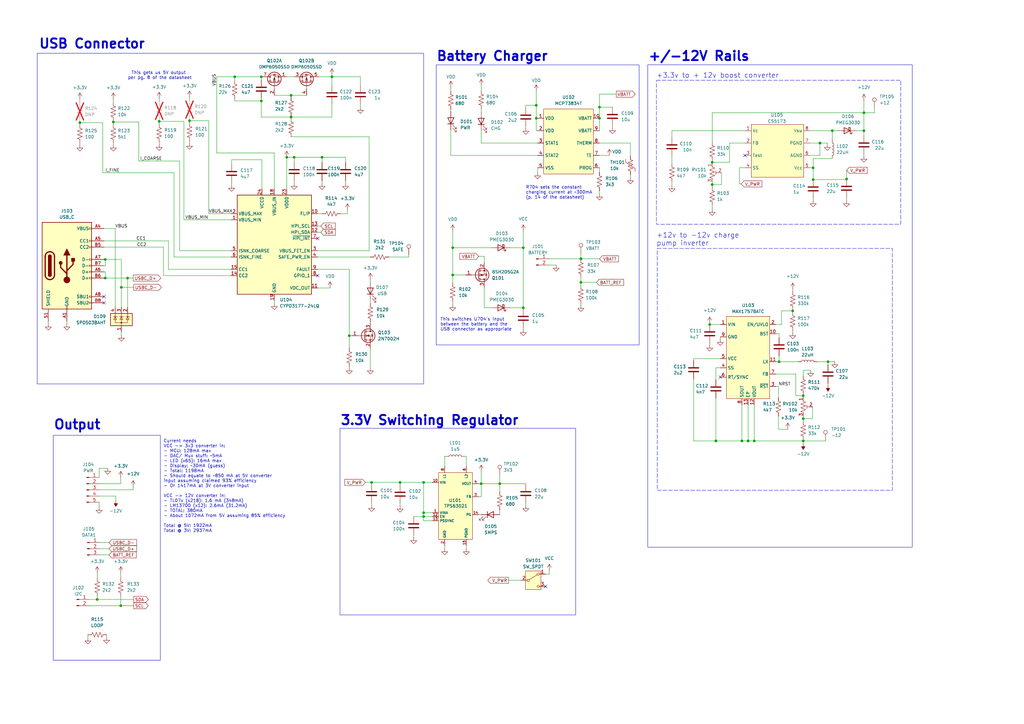
<source format=kicad_sch>
(kicad_sch (version 20231120) (generator "eeschema") (generator_version "8.0")
  (paper "A3")
  (junction (at 304.292 180.848))
  (junction (at 49.784 117.856))
  (junction (at 292.1 75.692))
  (junction (at 43.18 114.046))
  (junction (at 152.4 197.866))
  (junction (at 309.372 180.848))
  (junction (at 32.766 50.292))
  (junction (at 245.872 43.942))
  (junction (at 96.266 31.496))
  (junction (at 238.252 115.824))
  (junction (at 77.724 49.53))
  (junction (at 107.188 41.402))
  (junction (at 46.482 50.038))
  (junction (at 333.502 68.834))
  (junction (at 143.256 137.668))
  (junction (at 136.144 31.496))
  (junction (at 39.878 245.872))
  (junction (at 329.438 180.848))
  (junction (at 117.602 64.516))
  (junction (at 339.598 148.336))
  (junction (at 119.38 48.006))
  (junction (at 293.624 180.848))
  (junction (at 52.324 114.046))
  (junction (at 173.736 210.312))
  (junction (at 204.978 198.374))
  (junction (at 329.438 171.704))
  (junction (at 164.084 197.866))
  (junction (at 173.736 197.866))
  (junction (at 347.218 73.406))
  (junction (at 197.358 198.374))
  (junction (at 173.736 211.836))
  (junction (at 119.38 39.116))
  (junction (at 214.63 101.6))
  (junction (at 354.33 46.228))
  (junction (at 185.674 112.776))
  (junction (at 354.33 53.594))
  (junction (at 336.296 58.674))
  (junction (at 214.63 126.238))
  (junction (at 292.1 66.548))
  (junction (at 341.376 53.594))
  (junction (at 43.18 106.426))
  (junction (at 306.832 180.848))
  (junction (at 245.872 48.514))
  (junction (at 329.438 162.306))
  (junction (at 65.278 49.784))
  (junction (at 238.252 106.172))
  (junction (at 319.532 148.336))
  (junction (at 219.964 48.514))
  (junction (at 333.502 73.66))
  (junction (at 49.53 248.412))
  (junction (at 219.964 43.18))
  (junction (at 107.188 31.496))
  (junction (at 291.084 133.096))
  (junction (at 185.674 101.6))
  (junction (at 120.65 64.516))
  (junction (at 325.12 127.508))
  (junction (at 132.08 64.516))
  (no_connect (at 42.672 121.666))
  (no_connect (at 42.672 124.206))
  (no_connect (at 223.774 240.538))
  (no_connect (at 130.302 113.03))
  (no_connect (at 305.562 63.754))
  (no_connect (at 295.402 154.686))
  (no_connect (at 130.302 97.79))
  (wire (pts (xy 292.1 75.692) (xy 292.1 76.708)))
  (wire (pts (xy 39.878 234.95) (xy 39.878 236.982)))
  (wire (pts (xy 96.266 41.402) (xy 107.188 41.402)))
  (wire (pts (xy 47.244 93.726) (xy 47.244 125.984)))
  (wire (pts (xy 130.302 92.71) (xy 131.572 92.71)))
  (wire (pts (xy 215.646 51.816) (xy 215.646 52.578)))
  (wire (pts (xy 182.372 187.198) (xy 182.88 187.198)))
  (wire (pts (xy 329.438 162.306) (xy 329.438 163.068)))
  (wire (pts (xy 32.766 50.292) (xy 32.766 51.054)))
  (wire (pts (xy 112.522 77.47) (xy 112.522 62.738)))
  (wire (pts (xy 291.084 133.096) (xy 295.402 133.096)))
  (wire (pts (xy 119.38 47.498) (xy 119.38 48.006)))
  (wire (pts (xy 338.582 180.848) (xy 329.438 180.848)))
  (wire (pts (xy 333.502 73.66) (xy 333.502 68.834)))
  (wire (pts (xy 292.1 46.228) (xy 354.33 46.228)))
  (wire (pts (xy 96.266 40.64) (xy 96.266 41.402)))
  (wire (pts (xy 309.372 180.848) (xy 329.438 180.848)))
  (wire (pts (xy 191.262 223.774) (xy 191.262 225.044)))
  (wire (pts (xy 332.232 53.594) (xy 341.376 53.594)))
  (wire (pts (xy 32.766 50.292) (xy 42.164 50.292)))
  (wire (pts (xy 339.598 148.336) (xy 342.392 148.336)))
  (wire (pts (xy 326.39 162.306) (xy 329.438 162.306)))
  (wire (pts (xy 275.59 64.008) (xy 275.59 67.056)))
  (wire (pts (xy 42.164 70.866) (xy 71.374 70.866)))
  (wire (pts (xy 341.376 53.594) (xy 343.662 53.594)))
  (wire (pts (xy 325.12 127.508) (xy 325.12 128.016)))
  (wire (pts (xy 204.978 209.296) (xy 204.978 211.074)))
  (wire (pts (xy 112.522 39.116) (xy 119.38 39.116)))
  (wire (pts (xy 77.724 57.912) (xy 77.724 58.674)))
  (wire (pts (xy 215.646 44.196) (xy 215.646 43.18)))
  (wire (pts (xy 223.774 235.458) (xy 225.298 235.458)))
  (wire (pts (xy 238.252 106.172) (xy 245.872 106.172)))
  (wire (pts (xy 341.376 65.024) (xy 333.502 65.024)))
  (wire (pts (xy 284.48 155.448) (xy 284.48 180.848)))
  (wire (pts (xy 306.832 166.116) (xy 306.832 180.848)))
  (wire (pts (xy 40.894 225.044) (xy 44.704 225.044)))
  (wire (pts (xy 245.872 43.942) (xy 251.206 43.942)))
  (wire (pts (xy 147.828 35.052) (xy 147.828 31.496)))
  (wire (pts (xy 67.056 113.03) (xy 67.056 101.346)))
  (wire (pts (xy 332.232 68.834) (xy 333.502 68.834)))
  (wire (pts (xy 52.324 125.984) (xy 52.324 114.046)))
  (wire (pts (xy 43.688 260.35) (xy 43.688 261.366)))
  (wire (pts (xy 169.672 219.456) (xy 169.672 220.472)))
  (wire (pts (xy 197.358 35.052) (xy 197.358 37.084)))
  (wire (pts (xy 295.91 70.866) (xy 295.91 75.692)))
  (wire (pts (xy 304.292 166.116) (xy 304.292 180.848)))
  (wire (pts (xy 329.438 154.178) (xy 329.438 151.892)))
  (wire (pts (xy 32.766 58.674) (xy 32.766 59.436)))
  (wire (pts (xy 143.256 150.368) (xy 143.256 150.876)))
  (wire (pts (xy 198.628 117.856) (xy 198.628 126.238)))
  (wire (pts (xy 184.912 53.34) (xy 184.912 63.754)))
  (wire (pts (xy 43.18 114.046) (xy 42.672 114.046)))
  (wire (pts (xy 238.252 124.714) (xy 238.252 125.222)))
  (wire (pts (xy 197.358 193.294) (xy 197.358 198.374)))
  (wire (pts (xy 214.63 134.366) (xy 214.63 135.128)))
  (wire (pts (xy 77.724 49.53) (xy 77.724 50.292)))
  (wire (pts (xy 304.292 180.848) (xy 306.832 180.848)))
  (wire (pts (xy 303.276 75.438) (xy 304.038 75.438)))
  (wire (pts (xy 354.33 46.228) (xy 354.33 53.594)))
  (wire (pts (xy 258.572 71.628) (xy 258.572 72.898)))
  (wire (pts (xy 190.5 187.198) (xy 191.262 187.198)))
  (wire (pts (xy 73.66 102.87) (xy 73.66 66.04)))
  (wire (pts (xy 358.648 46.228) (xy 354.33 46.228)))
  (wire (pts (xy 225.044 108.712) (xy 228.092 108.712)))
  (wire (pts (xy 27.432 131.826) (xy 27.432 132.842)))
  (wire (pts (xy 119.38 48.006) (xy 119.38 48.514)))
  (wire (pts (xy 42.672 106.426) (xy 43.18 106.426)))
  (wire (pts (xy 329.438 171.704) (xy 329.438 172.72)))
  (wire (pts (xy 65.278 49.784) (xy 65.278 50.8)))
  (wire (pts (xy 204.978 198.374) (xy 197.358 198.374)))
  (wire (pts (xy 151.892 123.19) (xy 151.892 124.46)))
  (wire (pts (xy 32.766 49.53) (xy 32.766 50.292)))
  (wire (pts (xy 46.482 58.674) (xy 46.482 59.436)))
  (wire (pts (xy 49.784 117.856) (xy 49.784 106.426)))
  (wire (pts (xy 339.598 148.336) (xy 339.598 149.606)))
  (wire (pts (xy 333.248 171.704) (xy 329.438 171.704)))
  (wire (pts (xy 245.872 78.232) (xy 245.872 79.502)))
  (wire (pts (xy 107.188 31.496) (xy 107.442 31.496)))
  (wire (pts (xy 96.266 31.496) (xy 107.188 31.496)))
  (wire (pts (xy 251.206 51.562) (xy 251.206 52.324)))
  (wire (pts (xy 198.628 105.156) (xy 198.628 107.696)))
  (wire (pts (xy 85.598 49.53) (xy 77.724 49.53)))
  (wire (pts (xy 185.674 101.6) (xy 201.676 101.6)))
  (wire (pts (xy 292.1 65.786) (xy 292.1 66.548)))
  (wire (pts (xy 52.324 114.046) (xy 43.18 114.046)))
  (wire (pts (xy 42.672 93.726) (xy 47.244 93.726)))
  (wire (pts (xy 142.494 87.63) (xy 142.494 86.106)))
  (wire (pts (xy 291.084 132.588) (xy 291.084 133.096)))
  (wire (pts (xy 151.892 114.554) (xy 151.892 115.57)))
  (wire (pts (xy 292.1 66.548) (xy 292.1 67.056)))
  (wire (pts (xy 40.64 195.834) (xy 40.64 192.024)))
  (wire (pts (xy 358.648 44.196) (xy 358.648 46.228)))
  (wire (pts (xy 130.302 118.11) (xy 135.382 118.11)))
  (wire (pts (xy 336.296 58.674) (xy 336.296 63.754)))
  (wire (pts (xy 43.18 106.426) (xy 43.18 108.966)))
  (wire (pts (xy 49.53 198.374) (xy 49.53 195.834)))
  (wire (pts (xy 214.63 126.238) (xy 209.296 126.238)))
  (wire (pts (xy 196.342 105.156) (xy 198.628 105.156)))
  (wire (pts (xy 185.674 94.742) (xy 185.674 101.6)))
  (wire (pts (xy 329.438 180.34) (xy 329.438 180.848)))
  (wire (pts (xy 293.624 180.848) (xy 304.292 180.848)))
  (wire (pts (xy 77.724 39.878) (xy 77.724 41.148)))
  (wire (pts (xy 329.438 151.892) (xy 332.486 151.892)))
  (wire (pts (xy 73.66 66.04) (xy 56.896 66.04)))
  (wire (pts (xy 56.896 66.04) (xy 56.896 50.038)))
  (wire (pts (xy 151.384 102.87) (xy 130.302 102.87)))
  (wire (pts (xy 185.674 123.698) (xy 185.674 124.968)))
  (wire (pts (xy 32.766 40.64) (xy 32.766 41.91)))
  (wire (pts (xy 292.1 84.328) (xy 292.1 85.852)))
  (wire (pts (xy 332.232 58.674) (xy 336.296 58.674)))
  (wire (pts (xy 19.812 131.826) (xy 19.812 132.842)))
  (wire (pts (xy 245.872 68.834) (xy 245.872 70.612)))
  (wire (pts (xy 214.63 94.742) (xy 214.63 101.6)))
  (wire (pts (xy 67.056 101.346) (xy 42.672 101.346)))
  (wire (pts (xy 49.53 248.412) (xy 54.864 248.412)))
  (wire (pts (xy 197.358 203.708) (xy 197.358 198.374)))
  (wire (pts (xy 329.438 180.848) (xy 329.438 181.864)))
  (wire (pts (xy 94.996 74.93) (xy 94.996 75.946)))
  (wire (pts (xy 85.598 87.63) (xy 85.598 49.53)))
  (wire (pts (xy 306.832 180.848) (xy 309.372 180.848)))
  (wire (pts (xy 43.18 106.426) (xy 49.784 106.426)))
  (wire (pts (xy 196.342 198.374) (xy 197.358 198.374)))
  (wire (pts (xy 275.59 56.388) (xy 275.59 53.594)))
  (wire (pts (xy 319.278 170.688) (xy 319.278 176.022)))
  (wire (pts (xy 117.602 64.516) (xy 117.602 77.47)))
  (wire (pts (xy 319.532 146.05) (xy 319.532 148.336)))
  (wire (pts (xy 112.522 62.738) (xy 88.9 62.738)))
  (wire (pts (xy 130.302 110.49) (xy 143.256 110.49)))
  (wire (pts (xy 196.342 211.074) (xy 197.358 211.074)))
  (wire (pts (xy 167.64 105.41) (xy 167.64 104.394)))
  (wire (pts (xy 196.342 203.708) (xy 197.358 203.708)))
  (wire (pts (xy 65.278 49.276) (xy 65.278 49.784)))
  (wire (pts (xy 151.384 56.134) (xy 151.384 102.87)))
  (wire (pts (xy 173.736 197.866) (xy 173.736 210.312)))
  (wire (pts (xy 169.672 211.836) (xy 173.736 211.836)))
  (wire (pts (xy 299.212 66.548) (xy 292.1 66.548)))
  (wire (pts (xy 182.372 223.774) (xy 182.372 225.044)))
  (wire (pts (xy 119.38 56.134) (xy 151.384 56.134)))
  (wire (pts (xy 43.18 108.966) (xy 42.672 108.966)))
  (wire (pts (xy 351.282 53.594) (xy 354.33 53.594)))
  (wire (pts (xy 136.144 31.496) (xy 136.144 35.052)))
  (wire (pts (xy 94.996 67.31) (xy 94.996 65.532)))
  (wire (pts (xy 173.736 210.312) (xy 177.292 210.312)))
  (wire (pts (xy 139.7 87.63) (xy 142.494 87.63)))
  (wire (pts (xy 305.562 58.674) (xy 299.212 58.674)))
  (wire (pts (xy 40.894 222.504) (xy 44.704 222.504)))
  (wire (pts (xy 184.912 35.814) (xy 184.912 37.338)))
  (wire (pts (xy 36.576 248.412) (xy 49.53 248.412)))
  (wire (pts (xy 144.272 137.668) (xy 143.256 137.668)))
  (wire (pts (xy 65.278 58.42) (xy 65.278 59.182)))
  (wire (pts (xy 339.344 59.182) (xy 339.344 58.674)))
  (wire (pts (xy 341.376 53.594) (xy 341.376 57.404)))
  (wire (pts (xy 46.482 49.53) (xy 46.482 50.038)))
  (wire (pts (xy 130.81 31.496) (xy 136.144 31.496)))
  (wire (pts (xy 245.872 43.942) (xy 245.872 48.514)))
  (wire (pts (xy 329.438 170.688) (xy 329.438 171.704)))
  (wire (pts (xy 320.548 127.508) (xy 325.12 127.508)))
  (wire (pts (xy 347.218 73.406) (xy 347.218 73.66)))
  (wire (pts (xy 94.742 113.03) (xy 67.056 113.03)))
  (wire (pts (xy 107.188 31.496) (xy 107.188 32.766)))
  (wire (pts (xy 215.646 198.374) (xy 204.978 198.374)))
  (wire (pts (xy 319.278 158.496) (xy 318.262 158.496)))
  (wire (pts (xy 238.252 115.824) (xy 238.252 117.094)))
  (wire (pts (xy 141.732 66.548) (xy 141.732 64.516)))
  (wire (pts (xy 94.742 87.63) (xy 85.598 87.63)))
  (wire (pts (xy 43.18 111.506) (xy 42.672 111.506)))
  (wire (pts (xy 309.372 166.116) (xy 309.372 180.848)))
  (wire (pts (xy 107.442 65.532) (xy 107.442 77.47)))
  (wire (pts (xy 184.912 63.754) (xy 220.472 63.754)))
  (wire (pts (xy 173.736 210.312) (xy 173.736 211.836)))
  (wire (pts (xy 88.9 31.496) (xy 88.9 62.738)))
  (wire (pts (xy 39.878 245.872) (xy 54.864 245.872)))
  (wire (pts (xy 159.512 105.41) (xy 167.64 105.41)))
  (wire (pts (xy 245.872 48.514) (xy 245.872 53.594)))
  (wire (pts (xy 152.4 197.866) (xy 152.4 198.628)))
  (wire (pts (xy 69.088 110.49) (xy 69.088 98.806)))
  (wire (pts (xy 319.278 176.022) (xy 323.088 176.022)))
  (wire (pts (xy 94.742 102.87) (xy 73.66 102.87)))
  (wire (pts (xy 197.358 53.594) (xy 197.358 58.674)))
  (wire (pts (xy 107.188 48.006) (xy 107.188 41.402)))
  (wire (pts (xy 182.372 187.198) (xy 182.372 191.262)))
  (wire (pts (xy 293.624 163.322) (xy 293.624 180.848)))
  (wire (pts (xy 54.61 200.914) (xy 54.61 199.644)))
  (wire (pts (xy 130.302 87.63) (xy 132.08 87.63)))
  (wire (pts (xy 258.572 58.674) (xy 258.572 64.008)))
  (wire (pts (xy 191.008 112.776) (xy 185.674 112.776)))
  (wire (pts (xy 238.252 115.824) (xy 244.602 115.824)))
  (wire (pts (xy 56.896 50.038) (xy 46.482 50.038)))
  (wire (pts (xy 54.61 114.046) (xy 52.324 114.046)))
  (wire (pts (xy 46.482 40.64) (xy 46.482 41.91)))
  (wire (pts (xy 238.252 103.886) (xy 238.252 106.172)))
  (wire (pts (xy 43.18 111.506) (xy 43.18 114.046)))
  (wire (pts (xy 319.532 148.336) (xy 327.406 148.336)))
  (wire (pts (xy 152.4 206.248) (xy 152.4 207.264)))
  (wire (pts (xy 143.256 137.668) (xy 143.256 142.748)))
  (wire (pts (xy 96.266 31.496) (xy 96.266 33.02)))
  (wire (pts (xy 225.044 106.172) (xy 238.252 106.172)))
  (wire (pts (xy 151.892 105.41) (xy 130.302 105.41)))
  (wire (pts (xy 336.296 63.754) (xy 332.232 63.754)))
  (wire (pts (xy 132.08 64.516) (xy 132.08 66.548)))
  (wire (pts (xy 225.298 233.934) (xy 225.298 235.458)))
  (wire (pts (xy 119.38 48.006) (xy 107.188 48.006)))
  (wire (pts (xy 291.084 140.716) (xy 291.084 141.478)))
  (wire (pts (xy 36.576 245.872) (xy 39.878 245.872)))
  (wire (pts (xy 119.38 39.116) (xy 125.73 39.116)))
  (wire (pts (xy 320.548 133.096) (xy 320.548 127.508)))
  (wire (pts (xy 75.438 49.784) (xy 65.278 49.784)))
  (wire (pts (xy 208.534 237.998) (xy 213.614 237.998)))
  (wire (pts (xy 49.784 117.856) (xy 54.864 117.856)))
  (wire (pts (xy 245.872 63.754) (xy 249.936 63.754)))
  (wire (pts (xy 197.358 44.704) (xy 197.358 45.974)))
  (wire (pts (xy 325.12 127) (xy 325.12 127.508)))
  (wire (pts (xy 333.502 73.66) (xy 347.218 73.66)))
  (wire (pts (xy 305.562 68.834) (xy 303.276 68.834)))
  (wire (pts (xy 112.522 123.19) (xy 112.522 124.46)))
  (wire (pts (xy 39.878 244.602) (xy 39.878 245.872)))
  (wire (pts (xy 173.736 197.866) (xy 177.292 197.866)))
  (wire (pts (xy 173.736 211.836) (xy 177.292 211.836)))
  (wire (pts (xy 198.628 126.238) (xy 201.676 126.238)))
  (wire (pts (xy 130.302 95.25) (xy 131.572 95.25)))
  (wire (pts (xy 184.912 44.958) (xy 184.912 45.72)))
  (wire (pts (xy 252.73 38.608) (xy 245.872 38.608)))
  (wire (pts (xy 94.996 65.532) (xy 107.442 65.532)))
  (wire (pts (xy 177.292 213.614) (xy 173.736 213.614)))
  (wire (pts (xy 215.646 198.628) (xy 215.646 198.374)))
  (wire (pts (xy 71.374 105.41) (xy 94.742 105.41)))
  (wire (pts (xy 141.732 74.168) (xy 141.732 75.184)))
  (wire (pts (xy 197.358 58.674) (xy 220.472 58.674)))
  (wire (pts (xy 293.624 150.876) (xy 295.402 150.876)))
  (wire (pts (xy 214.63 101.6) (xy 214.63 126.238)))
  (wire (pts (xy 325.12 118.618) (xy 325.12 119.38)))
  (wire (pts (xy 185.674 112.776) (xy 185.674 116.078)))
  (wire (pts (xy 147.828 31.496) (xy 136.144 31.496)))
  (wire (pts (xy 333.502 81.28) (xy 333.502 82.296)))
  (wire (pts (xy 295.402 138.176) (xy 295.402 139.192)))
  (wire (pts (xy 318.262 148.336) (xy 319.532 148.336)))
  (wire (pts (xy 151.892 132.08) (xy 151.892 132.588)))
  (wire (pts (xy 219.964 53.594) (xy 220.472 53.594)))
  (wire (pts (xy 339.344 58.674) (xy 336.296 58.674)))
  (wire (pts (xy 319.532 136.906) (xy 319.532 138.43)))
  (wire (pts (xy 319.278 163.068) (xy 319.278 158.496)))
  (wire (pts (xy 164.084 197.866) (xy 164.084 198.882)))
  (wire (pts (xy 215.646 43.18) (xy 219.964 43.18)))
  (wire (pts (xy 69.088 98.806) (xy 42.672 98.806)))
  (wire (pts (xy 136.144 42.672) (xy 136.144 48.006)))
  (wire (pts (xy 136.144 30.734) (xy 136.144 31.496)))
  (wire (pts (xy 173.736 197.866) (xy 164.084 197.866)))
  (wire (pts (xy 333.502 65.024) (xy 333.502 68.834)))
  (wire (pts (xy 120.65 64.516) (xy 120.65 66.548)))
  (wire (pts (xy 220.472 68.834) (xy 220.472 70.866)))
  (wire (pts (xy 49.784 125.984) (xy 49.784 117.856)))
  (wire (pts (xy 295.91 75.692) (xy 292.1 75.692)))
  (wire (pts (xy 214.63 126.238) (xy 214.63 126.746)))
  (wire (pts (xy 40.64 205.994) (xy 40.64 208.026)))
  (wire (pts (xy 245.872 38.608) (xy 245.872 43.942)))
  (wire (pts (xy 326.39 153.416) (xy 326.39 162.306)))
  (wire (pts (xy 219.964 37.338) (xy 219.964 43.18)))
  (wire (pts (xy 318.262 136.906) (xy 319.532 136.906)))
  (wire (pts (xy 88.9 31.496) (xy 96.266 31.496)))
  (wire (pts (xy 238.252 113.792) (xy 238.252 115.824)))
  (wire (pts (xy 49.53 244.602) (xy 49.53 248.412)))
  (wire (pts (xy 338.582 180.594) (xy 338.582 180.848)))
  (wire (pts (xy 219.964 48.514) (xy 219.964 53.594)))
  (wire (pts (xy 77.724 48.768) (xy 77.724 49.53)))
  (wire (pts (xy 117.602 31.496) (xy 120.65 31.496)))
  (wire (pts (xy 295.402 147.066) (xy 284.48 147.066)))
  (wire (pts (xy 151.892 142.748) (xy 151.892 150.876)))
  (wire (pts (xy 354.33 63.246) (xy 354.33 64.008)))
  (wire (pts (xy 40.64 200.914) (xy 54.61 200.914)))
  (wire (pts (xy 284.48 147.066) (xy 284.48 147.828)))
  (wire (pts (xy 173.736 213.614) (xy 173.736 211.836)))
  (wire (pts (xy 40.64 192.024) (xy 44.196 192.024)))
  (wire (pts (xy 185.674 101.6) (xy 185.674 112.776)))
  (wire (pts (xy 245.872 58.674) (xy 258.572 58.674)))
  (wire (pts (xy 132.08 74.168) (xy 132.08 75.184)))
  (wire (pts (xy 191.262 187.198) (xy 191.262 191.262)))
  (wire (pts (xy 219.964 48.514) (xy 220.472 48.514)))
  (wire (pts (xy 318.262 153.416) (xy 326.39 153.416)))
  (wire (pts (xy 164.084 206.502) (xy 164.084 207.518)))
  (wire (pts (xy 40.64 198.374) (xy 49.53 198.374)))
  (wire (pts (xy 339.598 157.226) (xy 339.598 157.988)))
  (wire (pts (xy 204.978 194.818) (xy 204.978 198.374)))
  (wire (pts (xy 75.438 49.784) (xy 75.438 90.17)))
  (wire (pts (xy 141.732 64.516) (xy 132.08 64.516)))
  (wire (pts (xy 49.53 234.95) (xy 49.53 236.982)))
  (wire (pts (xy 149.86 197.866) (xy 152.4 197.866)))
  (wire (pts (xy 275.59 53.594) (xy 305.562 53.594)))
  (wire (pts (xy 347.218 81.026) (xy 347.218 82.296)))
  (wire (pts (xy 293.624 155.702) (xy 293.624 150.876)))
  (wire (pts (xy 147.828 42.672) (xy 147.828 43.942)))
  (wire (pts (xy 354.33 53.594) (xy 354.33 55.626)))
  (wire (pts (xy 47.498 203.454) (xy 47.498 205.232)))
  (wire (pts (xy 132.08 64.516) (xy 120.65 64.516)))
  (wire (pts (xy 204.978 201.676) (xy 204.978 198.374)))
  (wire (pts (xy 333.248 166.878) (xy 333.248 171.704)))
  (wire (pts (xy 325.12 135.636) (xy 325.12 136.398)))
  (wire (pts (xy 335.026 148.336) (xy 339.598 148.336)))
  (wire (pts (xy 65.278 40.386) (xy 65.278 41.656)))
  (wire (pts (xy 75.438 90.17) (xy 94.742 90.17)))
  (wire (pts (xy 354.33 41.148) (xy 354.33 46.228)))
  (wire (pts (xy 347.218 69.85) (xy 347.218 73.406)))
  (wire (pts (xy 219.964 43.18) (xy 219.964 48.514)))
  (wire (pts (xy 71.374 70.866) (xy 71.374 105.41)))
  (wire (pts (xy 284.48 180.848) (xy 293.624 180.848)))
  (wire (pts (xy 136.144 48.006) (xy 119.38 48.006)))
  (wire (pts (xy 94.742 110.49) (xy 69.088 110.49)))
  (wire (pts (xy 143.256 110.49) (xy 143.256 137.668)))
  (wire (pts (xy 42.164 50.292) (xy 42.164 70.866)))
  (wire (pts (xy 46.482 50.038) (xy 46.482 51.054)))
  (wire (pts (xy 120.65 64.516) (xy 117.602 64.516)))
  (wire (pts (xy 215.646 206.248) (xy 215.646 207.264)))
  (wire (pts (xy 119.38 39.116) (xy 119.38 39.878)))
  (wire (pts (xy 299.212 58.674) (xy 299.212 66.548)))
  (wire (pts (xy 209.296 101.6) (xy 214.63 101.6)))
  (wire (pts (xy 40.64 203.454) (xy 47.498 203.454)))
  (wire (pts (xy 275.59 74.676) (xy 275.59 76.2)))
  (wire (pts (xy 292.1 74.676) (xy 292.1 75.692)))
  (wire (pts (xy 49.784 136.144) (xy 49.784 137.414)))
  (wire (pts (xy 152.4 197.866) (xy 164.084 197.866)))
  (wire (pts (xy 120.65 74.168) (xy 120.65 75.184)))
  (wire (pts (xy 292.1 58.166) (xy 292.1 46.228)))
  (wire (pts (xy 107.188 41.402) (xy 107.188 40.386)))
  (wire (pts (xy 40.894 227.584) (xy 44.704 227.584)))
  (wire (pts (xy 36.068 260.35) (xy 36.068 261.62)))
  (wire (pts (xy 318.262 133.096) (xy 320.548 133.096)))
  (wire (pts (xy 329.438 161.798) (xy 329.438 162.306)))
  (wire (pts (xy 303.276 68.834) (xy 303.276 75.438)))
  (rectangle (start 265.684 26.5938) (end 374.142 224.409))
  (rectangle (start 269.24 32.9438) (end 369.443 91.948) (stroke (width 0) (type dash)))
  (rectangle (start 269.5702 101.9048) (end 366.014 201.041) (stroke (width 0) (type dash)))
  (rectangle (start 15.24 21.844) (end 173.736 157.48))
  (rectangle (start 21.844 178.562) (end 65.786 270.764))
  (rectangle (start 178.8922 26.6192) (end 262.128 141.478))
  (rectangle (start 139.446 175.6664) (end 236.093 252.222))
  (text "This gets us 5V output \nper pg. 8 of the datasheet" (at 65.532 30.988 0) (effects (font (size 1.27 1.27))))
  (text "3.3V Switching Regulator" (at 139.446 174.752 0) (effects (font (size 3.81 3.81) (thickness 0.762) (bold yes)) (justify left bottom)))
  (text "Current needs\nVCC -> 3v3 converter in:\n- MCU: 128mA max\n- DAC/ Mux stuff: ~5mA\n- LED (x65): 16mA max\n- Display: ~30mA (guess)\n- Total: 1198mA\n- Should equate to ~850 mA at 5V converter\ninput assuming claimed 93% efficiency\n- Or 1417mA at 3V converter input\n\nVCC -> 12V converter in:\n- TL07x (x218): 1.6 mA (348mA)\n- LM13700 (x12): 2.6mA (31.2mA)\n- TOTAL: 380mA \n- About 1072mA from 5V assuming 85% efficiency\n\nTotal @ 5V: 1922mA\nTotal @ 3V: 2937mA" (at 67.056 199.39 0) (effects (font (size 1.27 1.27)) (justify left)))
  (text "This switches U704's input\nbetween the battery and the \nUSB connector as appropriate" (at 180.594 135.89 0) (effects (font (size 1.27 1.27)) (justify left bottom)))
  (text "R704 sets the constant\ncharging current at ~300mA\n(p. 14 of the datasheet)" (at 215.646 81.788 0) (effects (font (size 1.27 1.27)) (justify left bottom)))
  (text "Output" (at 21.844 176.53 0) (effects (font (size 3.81 3.81) (thickness 0.762) (bold yes)) (justify left bottom)))
  (text "Battery Charger" (at 178.816 25.4 0) (effects (font (size 3.81 3.81) (thickness 0.762) (bold yes)) (justify left bottom)))
  (text "USB Connector" (at 15.748 20.32 0) (effects (font (size 3.81 3.81) (thickness 0.762) (bold yes)) (justify left bottom)))
  (text "+12v to -12v charge \npump inverter" (at 269.24 101.092 0) (effects (font (size 2.032 2.032)) (justify left bottom)))
  (text "+3.3v to + 12v boost converter" (at 269.24 32.258 0) (effects (font (size 2.032 2.032)) (justify left bottom)))
  (text "+/-12V Rails" (at 265.684 25.4 0) (effects (font (size 3.81 3.81) (thickness 0.762) (bold yes)) (justify left bottom)))
  (label "VBUS_MAX" (at 85.598 87.63 0))
  (label "VBUS" (at 47.244 93.726 0))
  (label "CC2" (at 56.134 101.346 0))
  (label "CC1" (at 55.88 98.806 0))
  (label "NRST" (at 319.278 158.496 0))
  (label "VBUS_MIN" (at 75.946 90.17 0))
  (label "VBUS" (at 88.9 35.306 90))
  (label "I_COARSE" (at 57.404 66.04 0))
  (label "I_FINE" (at 43.18 70.866 0))
  (global_label "V_PWR" (shape input) (at 149.86 197.866 180) (property "Intersheetrefs" "${INTERSHEET_REFS}" (effects (hide yes))))
  (global_label "VBATT" (shape output) (at 252.73 38.608 0) (property "Intersheetrefs" "${INTERSHEET_REFS}" (effects (hide yes))))
  (global_label "VBATT" (shape input) (at 196.342 105.156 180) (property "Intersheetrefs" "${INTERSHEET_REFS}" (effects (hide yes))))
  (global_label "SCL" (shape output) (at 54.864 248.412 0) (property "Intersheetrefs" "${INTERSHEET_REFS}" (effects (hide yes))))
  (global_label "USBC_D-" (shape input) (at 44.704 222.504 0) (property "Intersheetrefs" "${INTERSHEET_REFS}" (effects (hide yes))))
  (global_label "BATT_REF" (shape input) (at 244.602 115.824 0) (property "Intersheetrefs" "${INTERSHEET_REFS}" (effects (hide yes))))
  (global_label "V_PWR" (shape output) (at 208.534 237.998 180) (property "Intersheetrefs" "${INTERSHEET_REFS}" (effects (hide yes))))
  (global_label "BATT_REF" (shape input) (at 44.704 227.584 0) (property "Intersheetrefs" "${INTERSHEET_REFS}" (effects (hide yes))))
  (global_label "USBC_D+" (shape input) (at 44.704 225.044 0) (property "Intersheetrefs" "${INTERSHEET_REFS}" (effects (hide yes))))
  (global_label "VBATT" (shape input) (at 245.872 106.172 0) (property "Intersheetrefs" "${INTERSHEET_REFS}" (effects (hide yes))))
  (global_label "USBC_D+" (shape output) (at 54.61 114.046 0) (property "Intersheetrefs" "${INTERSHEET_REFS}" (effects (hide yes))))
  (global_label "SDA" (shape output) (at 54.864 245.872 0) (property "Intersheetrefs" "${INTERSHEET_REFS}" (effects (hide yes))))
  (global_label "V_PWR" (shape input) (at 304.038 75.438 0) (property "Intersheetrefs" "${INTERSHEET_REFS}" (effects (hide yes))))
  (global_label "SCL" (shape input) (at 131.572 92.71 0) (property "Intersheetrefs" "${INTERSHEET_REFS}" (effects (hide yes))))
  (global_label "SDA" (shape input) (at 131.572 95.25 0) (property "Intersheetrefs" "${INTERSHEET_REFS}" (effects (hide yes))))
  (global_label "USBC_D-" (shape output) (at 54.864 117.856 0) (property "Intersheetrefs" "${INTERSHEET_REFS}" (effects (hide yes))))
  (global_label "V_PWR" (shape input) (at 347.218 69.85 0) (property "Intersheetrefs" "${INTERSHEET_REFS}" (effects (hide yes))))
  (symbol (lib_id "power:GND") (at 215.646 207.264 0) (unit 1)
    (property "Reference" "#PWR0122" (effects (hide yes)))
    (property "Value" "GND" (effects (hide yes)))
  )
  (symbol (lib_id "power:GND") (at 291.084 141.478 0) (mirror y) (unit 1)
    (property "Reference" "#PWR0129" (effects (hide yes)))
    (property "Value" "GND" (effects (hide yes)))
  )
  (symbol (lib_id "Device:C") (at 291.084 136.906 0) (unit 1)
    (property "Reference" "C111" (at 282.829 135.636 0) (effects (justify left)))
    (property "Value" "4u7" (at 282.829 138.176 0) (effects (justify left)))
    (property "Footprint" "Capacitor_SMD:C_0805_2012Metric" (effects (hide yes)))
  )
  (symbol (lib_id "Regulator_Switching:TPS63021") (at 189.992 207.264 0) (unit 1)
    (property "Reference" "U101" (at 186.69 205.232 0))
    (property "Value" "TPS63021" (at 186.944 207.518 0))
    (property "Footprint" "Package_SON:Texas_S-PVSON-N14" (effects (hide yes)))
  )
  (symbol (lib_id "Connector:TestPoint") (at 338.582 180.594 0) (unit 1)
    (property "Reference" "TP101" (at 340.868 176.0219 0) (effects (justify left)))
    (property "Value" "-12" (at 340.868 178.5619 0) (effects (justify left)))
    (property "Footprint" "TestPoint:TestPoint_THTPad_D1.0mm_Drill0.5mm_VAL" (effects (hide yes)))
  )
  (symbol (lib_id "Device:R_Potentiometer_Trim_US") (at 292.1 70.866 0) (unit 1)
    (property "Reference" "RV101" (at 289.814 69.5959 0) (effects (justify right)))
    (property "Value" "10k" (at 289.814 72.1359 0) (effects (justify right)))
    (property "Footprint" "Potentiometer_THT:Potentiometer_Bourns_3296W_Vertical" (effects (hide yes)))
    (property "Description" "Trim-potentiometer, US symbol" (effects (hide yes)))
  )
  (symbol (lib_id "power:+3.3V") (at 197.358 193.294 0) (unit 1)
    (property "Reference" "#PWR0101" (effects (hide yes)))
    (property "Value" "+3.3V" (at 197.358 188.595 0))
  )
  (symbol (lib_id "Device:L") (at 341.376 61.214 0) (unit 1)
    (property "Reference" "L102" (at 343.027 59.944 0) (effects (justify left)))
    (property "Value" "22uH" (at 343.027 62.484 0) (effects (justify left)))
    (property "Footprint" "Inductor_SMD:L_Changjiang_FNR4010S" (effects (hide yes)))
  )
  (symbol (lib_id "Battery_Management:MCP73834T") (at 238.252 65.024 0) (unit 1)
    (property "Reference" "U102" (at 233.172 39.878 0))
    (property "Value" "MCP73834T" (at 233.172 42.418 0))
    (property "Footprint" "Package_SO:MSOP-10_3x3mm_P0.5mm" (effects (hide yes)))
  )
  (symbol (lib_id "power:GND") (at 325.12 136.398 0) (mirror y) (unit 1)
    (property "Reference" "#PWR0135" (effects (hide yes)))
    (property "Value" "GND" (effects (hide yes)))
  )
  (symbol (lib_id "Device:R_US") (at 96.266 36.83 0) (unit 1)
    (property "Reference" "R126" (at 89.662 35.306 0) (effects (justify left)))
    (property "Value" "22k" (at 89.662 37.846 0) (effects (justify left)))
    (property "Footprint" "Resistor_SMD:R_0805_2012Metric" (effects (hide yes)))
    (property "Description" "Resistor, US symbol" (effects (hide yes)))
  )
  (symbol (lib_id "Device:R_US") (at 238.252 120.904 0) (unit 1)
    (property "Reference" "R108" (at 240.157 119.634 0) (effects (justify left)))
    (property "Value" "100k" (at 240.157 122.174 0) (effects (justify left)))
    (property "Footprint" "Resistor_SMD:R_0805_2012Metric" (effects (hide yes)))
  )
  (symbol (lib_id "Device:R_US") (at 49.53 240.792 0) (unit 1)
    (property "Reference" "R133" (at 52.07 239.5219 0) (effects (justify left)))
    (property "Value" "2k2" (at 52.07 242.0619 0) (effects (justify left)))
    (property "Footprint" "Resistor_SMD:R_0805_2012Metric" (effects (hide yes)))
  )
  (symbol (lib_id "Device:C") (at 132.08 70.358 0) (mirror y) (unit 1)
    (property "Reference" "C119" (at 134.366 69.088 0) (effects (justify right)))
    (property "Value" "100n" (at 134.366 71.628 0) (effects (justify right)))
    (property "Footprint" "Capacitor_SMD:C_0805_2012Metric" (effects (hide yes)))
  )
  (symbol (lib_id "power:GND") (at 339.344 59.182 0) (unit 1)
    (property "Reference" "#PWR0140" (effects (hide yes)))
    (property "Value" "GND" (effects (hide yes)))
  )
  (symbol (lib_id "power:GND") (at 347.218 82.296 0) (mirror y) (unit 1)
    (property "Reference" "#PWR0142" (effects (hide yes)))
    (property "Value" "GND" (effects (hide yes)))
  )
  (symbol (lib_id "Device:R_US") (at 325.12 131.826 0) (unit 1)
    (property "Reference" "R117" (at 327.025 130.556 0) (effects (justify left)))
    (property "Value" "100k" (at 327.025 133.096 0) (effects (justify left)))
    (property "Footprint" "Resistor_SMD:R_0805_2012Metric" (effects (hide yes)))
  )
  (symbol (lib_id "Device:C") (at 152.4 202.438 0) (mirror y) (unit 1)
    (property "Reference" "C101" (at 155.956 201.168 0) (effects (justify right)))
    (property "Value" "10u" (at 155.956 203.708 0) (effects (justify right)))
    (property "Footprint" "Capacitor_SMD:C_0805_2012Metric" (effects (hide yes)))
  )
  (symbol (lib_id "Connector:Conn_01x02_Pin") (at 31.496 245.872 0) (unit 1)
    (property "Reference" "J102" (at 32.131 241.046 0))
    (property "Value" "I2C" (at 32.131 243.586 0))
    (property "Footprint" "Connector_PinHeader_2.54mm:PinHeader_1x02_P2.54mm_Vertical" (effects (hide yes)))
    (property "Description" "Generic connector, single row, 01x02, script generated" (effects (hide yes)))
  )
  (symbol (lib_id "Device:C") (at 136.144 38.862 0) (mirror y) (unit 1)
    (property "Reference" "C122" (at 144.399 37.592 0) (effects (justify left)))
    (property "Value" "100n" (at 144.399 40.132 0) (effects (justify left)))
    (property "Footprint" "Capacitor_SMD:C_0805_2012Metric" (effects (hide yes)))
  )
  (symbol (lib_id "Switch:SW_SPDT") (at 218.694 237.998 0) (unit 1)
    (property "Reference" "SW101" (at 218.694 229.87 0))
    (property "Value" "SW_SPDT" (at 218.694 232.41 0))
    (property "Footprint" "Button_Switch_THT:SW_NKK_B12JH_SPDT" (effects (hide yes)))
    (property "Description" "Switch, single pole double throw" (effects (hide yes)))
  )
  (symbol (lib_id "power:GND") (at 65.278 59.182 0) (unit 1)
    (property "Reference" "#PWR0150" (effects (hide yes)))
    (property "Value" "GND" (effects (hide yes)))
  )
  (symbol (lib_id "Device:C") (at 107.188 36.576 0) (unit 1)
    (property "Reference" "C121" (at 98.933 35.306 0) (effects (justify left)))
    (property "Value" "4u7" (at 98.933 37.846 0) (effects (justify left)))
    (property "Footprint" "Capacitor_SMD:C_0805_2012Metric" (effects (hide yes)))
  )
  (symbol (lib_id "Device:R_US") (at 135.89 87.63 90) (unit 1)
    (property "Reference" "R114" (at 135.89 81.28 90))
    (property "Value" "4k7" (at 135.89 83.82 90))
    (property "Footprint" "Resistor_SMD:R_0805_2012Metric" (effects (hide yes)))
    (property "Description" "Resistor, US symbol" (effects (hide yes)))
  )
  (symbol (lib_id "Regulator_Switching:MAX17578ATC") (at 306.832 143.256 0) (unit 1)
    (property "Reference" "U103" (at 306.832 125.222 0))
    (property "Value" "MAX17578ATC" (at 306.832 127.762 0))
    (property "Footprint" "Package_DFN_QFN:TDFN-12-1EP_3x3mm_P0.4mm_EP1.7x2.45mm" (effects (hide yes)))
  )
  (symbol (lib_id "Device:L") (at 331.216 148.336 90) (unit 1)
    (property "Reference" "L103" (at 331.216 143.002 90))
    (property "Value" "22uH" (at 331.216 145.542 90))
    (property "Footprint" "Inductor_SMD:L_Changjiang_FNR4010S" (effects (hide yes)))
  )
  (symbol (lib_id "power:GND") (at 19.812 132.842 0) (mirror y) (unit 1)
    (property "Reference" "#PWR0157" (effects (hide yes)))
    (property "Value" "GND" (effects (hide yes)))
  )
  (symbol (lib_id "power:GND") (at 228.092 108.712 0) (unit 1)
    (property "Reference" "#PWR0121" (effects (hide yes)))
    (property "Value" "GND" (effects (hide yes)))
  )
  (symbol (lib_id "Device:C") (at 141.732 70.358 0) (mirror y) (unit 1)
    (property "Reference" "C120" (at 145.288 69.088 0) (effects (justify right)))
    (property "Value" "4u7" (at 145.288 71.628 0) (effects (justify right)))
    (property "Footprint" "Capacitor_SMD:C_0805_2012Metric" (effects (hide yes)))
  )
  (symbol (lib_id "power:GND") (at 238.252 125.222 0) (unit 1)
    (property "Reference" "#PWR0126" (effects (hide yes)))
    (property "Value" "GND" (effects (hide yes)))
  )
  (symbol (lib_id "Device:R_US") (at 77.724 54.102 0) (unit 1)
    (property "Reference" "R121" (at 80.01 52.8319 0) (effects (justify left)))
    (property "Value" "100" (at 80.01 55.3719 0) (effects (justify left)))
    (property "Footprint" "Resistor_SMD:R_0805_2012Metric" (effects (hide yes)))
    (property "Description" "Resistor, US symbol" (effects (hide yes)))
  )
  (symbol (lib_id "Device:R_US") (at 185.674 119.888 0) (unit 1)
    (property "Reference" "R102" (at 188.087 118.618 0) (effects (justify left)))
    (property "Value" "10k" (at 188.087 121.158 0) (effects (justify left)))
    (property "Footprint" "Resistor_SMD:R_0805_2012Metric" (effects (hide yes)))
  )
  (symbol (lib_id "power:GND") (at 43.688 261.366 0) (mirror y) (unit 1)
    (property "Reference" "#PWR0169" (effects (hide yes)))
    (property "Value" "GND" (effects (hide yes)))
  )
  (symbol (lib_id "Device:R_US") (at 329.438 176.53 0) (unit 1)
    (property "Reference" "R112" (at 331.343 175.26 0) (effects (justify left)))
    (property "Value" "33k" (at 331.343 177.8 0) (effects (justify left)))
    (property "Footprint" "Resistor_SMD:R_0805_2012Metric" (effects (hide yes)))
  )
  (symbol (lib_id "Device:C") (at 284.48 151.638 0) (unit 1)
    (property "Reference" "C113" (at 276.225 150.368 0) (effects (justify left)))
    (property "Value" "2u2" (at 276.225 152.908 0) (effects (justify left)))
    (property "Footprint" "Capacitor_SMD:C_0805_2012Metric" (effects (hide yes)))
  )
  (symbol (lib_id "power:GND") (at 94.996 75.946 0) (unit 1)
    (property "Reference" "#PWR0136" (effects (hide yes)))
    (property "Value" "GND" (effects (hide yes)))
  )
  (symbol (lib_id "Device:LED") (at 201.168 211.074 0) (unit 1)
    (property "Reference" "D105" (at 201.295 215.9 0))
    (property "Value" "SMPS" (at 201.295 218.44 0))
    (property "Footprint" "LED_THT:LED_D3.0mm" (effects (hide yes)))
  )
  (symbol (lib_id "Interface_USB:CYPD3177-24LQ") (at 112.522 100.33 0) (unit 1)
    (property "Reference" "U104" (at 114.7161 122.936 0) (effects (justify left)))
    (property "Value" "CYPD3177-24LQ" (at 114.7161 125.476 0) (effects (justify left)))
    (property "Footprint" "Package_DFN_QFN:QFN-24-1EP_4x4mm_P0.5mm_EP2.75x2.75mm" (effects (hide yes)))
    (property "Datasheet" "https://www.infineon.com/dgdl/Infineon-EZ-PD_BCR_Datasheet_USB_Type-C_Port_Controller_for_Power_Sinks-DataSheet-v03_00-EN.pdf?fileId=8ac78c8c7d0d8da4017d0ee7ce9d70ad" (effects (hide yes)))
    (property "Description" "Stand-alone USB PD controller (with sink Auto-run mode), QFN-24" (effects (hide yes)))
  )
  (symbol (lib_id "power:GND") (at 27.432 132.842 0) (mirror y) (unit 1)
    (property "Reference" "#PWR0158" (effects (hide yes)))
    (property "Value" "GND" (effects (hide yes)))
  )
  (symbol (lib_id "Device:R_US") (at 32.766 45.72 0) (unit 1) (dnp yes)
    (property "Reference" "R124" (at 34.798 44.4499 0) (effects (justify left)))
    (property "Value" "DNP" (at 34.798 46.9899 0) (effects (justify left)))
    (property "Footprint" "Resistor_SMD:R_0805_2012Metric" (effects (hide yes)))
    (property "Description" "Resistor, US symbol" (effects (hide yes)))
  )
  (symbol (lib_id "power:GND") (at 182.372 225.044 0) (unit 1)
    (property "Reference" "#PWR0113" (effects (hide yes)))
    (property "Value" "GND" (effects (hide yes)))
  )
  (symbol (lib_id "power:GND") (at 132.08 75.184 0) (unit 1)
    (property "Reference" "#PWR0143" (effects (hide yes)))
    (property "Value" "GND" (effects (hide yes)))
  )
  (symbol (lib_id "power:VDD") (at 135.382 118.11 0) (unit 1)
    (property "Reference" "#PWR0146" (effects (hide yes)))
    (property "Value" "VDD" (at 135.382 113.284 0))
  )
  (symbol (lib_id "power:+3.3V") (at 49.53 195.834 0) (unit 1)
    (property "Reference" "#PWR0163" (effects (hide yes)))
    (property "Value" "+3.3V" (at 49.53 191.135 0))
  )
  (symbol (lib_id "Device:R_US") (at 155.702 105.41 90) (unit 1)
    (property "Reference" "R131" (at 155.702 99.06 90))
    (property "Value" "2k2" (at 155.702 101.6 90))
    (property "Footprint" "Resistor_SMD:R_0805_2012Metric" (effects (hide yes)))
    (property "Description" "Resistor, US symbol" (effects (hide yes)))
  )
  (symbol (lib_id "Device:R_US") (at 329.438 157.988 0) (unit 1)
    (property "Reference" "R111" (at 331.343 156.718 0) (effects (justify left)))
    (property "Value" "470k" (at 331.343 159.258 0) (effects (justify left)))
    (property "Footprint" "Resistor_SMD:R_0805_2012Metric" (effects (hide yes)))
  )
  (symbol (lib_id "Device:R_US") (at 184.912 41.148 0) (unit 1)
    (property "Reference" "R101" (at 186.69 39.8779 0) (effects (justify left)))
    (property "Value" "680" (at 186.69 42.4179 0) (effects (justify left)))
    (property "Footprint" "Resistor_SMD:R_0805_2012Metric" (effects (hide yes)))
  )
  (symbol (lib_id "Device:R_US") (at 204.978 205.486 0) (unit 1)
    (property "Reference" "R105" (at 207.391 204.216 0) (effects (justify left)))
    (property "Value" "680" (at 207.391 206.756 0) (effects (justify left)))
    (property "Footprint" "Resistor_SMD:R_0805_2012Metric" (effects (hide yes)))
  )
  (symbol (lib_id "power:+12V") (at 354.33 41.148 0) (unit 1)
    (property "Reference" "#PWR0108" (effects (hide yes)))
    (property "Value" "+12V" (at 354.33 35.814 0))
  )
  (symbol (lib_id "Transistor_FET:DMP6050SSD") (at 125.73 34.036 270) (mirror x) (unit 2)
    (property "Reference" "Q102" (at 125.73 24.892 90))
    (property "Value" "DMP6050SSD" (at 125.73 27.432 90))
    (property "Footprint" "Package_SO:SOIC-8_3.9x4.9mm_P1.27mm" (effects (hide yes)))
    (property "Datasheet" "https://www.diodes.com/assets/Datasheets/DMP6050SSD.pdf" (effects (hide yes)))
    (property "Description" "-11.3A Id, -60V Vds, P-Channel Power MOSFET, 55mOhm Ron, 11.9nC Qg (typ), SO-8" (effects (hide yes)))
  )
  (symbol (lib_id "Device:C") (at 164.084 202.692 0) (mirror y) (unit 1)
    (property "Reference" "C102" (at 167.64 201.422 0) (effects (justify right)))
    (property "Value" "10u" (at 167.64 203.962 0) (effects (justify right)))
    (property "Footprint" "Capacitor_SMD:C_0805_2012Metric" (effects (hide yes)))
  )
  (symbol (lib_id "power:+3.3V") (at 49.53 234.95 0) (unit 1)
    (property "Reference" "#PWR0173" (effects (hide yes)))
    (property "Value" "+3.3V" (at 49.53 230.251 0))
  )
  (symbol (lib_id "Device:R_US") (at 46.482 45.72 0) (unit 1)
    (property "Reference" "R122" (at 48.26 44.4499 0) (effects (justify left)))
    (property "Value" "10k" (at 48.26 46.9899 0) (effects (justify left)))
    (property "Footprint" "Resistor_SMD:R_0805_2012Metric" (effects (hide yes)))
    (property "Description" "Resistor, US symbol" (effects (hide yes)))
  )
  (symbol (lib_id "Device:R_US") (at 39.878 260.35 90) (unit 1)
    (property "Reference" "R115" (at 39.878 254 90))
    (property "Value" "LOOP" (at 39.878 256.54 90))
    (property "Footprint" "Resistor_THT:R_Axial_DIN0204_L3.6mm_D1.6mm_P5.08mm_Horizontal" (effects (hide yes)))
    (property "Description" "Resistor, US symbol" (effects (hide yes)))
  )
  (symbol (lib_id "Device:C") (at 120.65 70.358 0) (mirror y) (unit 1)
    (property "Reference" "C118" (at 124.206 69.088 0) (effects (justify right)))
    (property "Value" "100n" (at 124.206 71.628 0) (effects (justify right)))
    (property "Footprint" "Capacitor_SMD:C_0805_2012Metric" (effects (hide yes)))
  )
  (symbol (lib_id "power:+3.3V") (at 142.494 86.106 0) (unit 1)
    (property "Reference" "#PWR0148" (effects (hide yes)))
    (property "Value" "+3.3V" (at 142.494 81.407 0))
  )
  (symbol (lib_id "Transistor_FET:DMP6050SSD") (at 112.522 34.036 90) (unit 1)
    (property "Reference" "Q102" (at 112.522 24.892 90))
    (property "Value" "DMP6050SSD" (at 112.522 27.432 90))
    (property "Footprint" "Package_SO:SOIC-8_3.9x4.9mm_P1.27mm" (effects (hide yes)))
    (property "Datasheet" "https://www.diodes.com/assets/Datasheets/DMP6050SSD.pdf" (effects (hide yes)))
    (property "Description" "-11.3A Id, -60V Vds, P-Channel Power MOSFET, 55mOhm Ron, 11.9nC Qg (typ), SO-8" (effects (hide yes)))
  )
  (symbol (lib_id "Device:R_US") (at 292.1 61.976 0) (unit 1)
    (property "Reference" "R110" (at 294.005 60.706 0) (effects (justify left)))
    (property "Value" "33k" (at 294.005 63.246 0) (effects (justify left)))
    (property "Footprint" "Resistor_SMD:R_0805_2012Metric" (effects (hide yes)))
  )
  (symbol (lib_id "Device:C") (at 293.624 159.512 0) (unit 1)
    (property "Reference" "C112" (at 285.369 158.242 0) (effects (justify left)))
    (property "Value" "4n7" (at 285.369 160.782 0) (effects (justify left)))
    (property "Footprint" "Capacitor_SMD:C_0805_2012Metric" (effects (hide yes)))
  )
  (symbol (lib_id "power:GND") (at 112.522 124.46 0) (unit 1)
    (property "Reference" "#PWR0138" (effects (hide yes)))
    (property "Value" "GND" (effects (hide yes)))
  )
  (symbol (lib_id "Device:C") (at 251.206 47.752 0) (mirror y) (unit 1)
    (property "Reference" "C109" (at 254.762 46.482 0) (effects (justify right)))
    (property "Value" "10u" (at 254.762 49.022 0) (effects (justify right)))
    (property "Footprint" "Capacitor_SMD:C_0805_2012Metric" (effects (hide yes)))
  )
  (symbol (lib_id "power:GND") (at 220.472 70.866 0) (unit 1)
    (property "Reference" "#PWR0115" (effects (hide yes)))
    (property "Value" "GND" (effects (hide yes)))
  )
  (symbol (lib_id "power:GND") (at 275.59 76.2 0) (unit 1)
    (property "Reference" "#PWR0130" (effects (hide yes)))
    (property "Value" "GND" (effects (hide yes)))
  )
  (symbol (lib_id "power:GND") (at 143.256 150.876 0) (unit 1)
    (property "Reference" "#PWR0159" (effects (hide yes)))
    (property "Value" "GND" (effects (hide yes)))
  )
  (symbol (lib_id "Device:R_US") (at 325.12 123.19 0) (unit 1)
    (property "Reference" "R116" (at 327.025 121.92 0) (effects (justify left)))
    (property "Value" "330k" (at 327.025 124.46 0) (effects (justify left)))
    (property "Footprint" "Resistor_SMD:R_0805_2012Metric" (effects (hide yes)))
  )
  (symbol (lib_id "Transistor_FET:2N7002H") (at 149.352 137.668 0) (unit 1)
    (property "Reference" "Q103" (at 154.94 136.3979 0) (effects (justify left)))
    (property "Value" "2N7002H" (at 154.94 138.9379 0) (effects (justify left)))
    (property "Footprint" "Package_TO_SOT_SMD:SOT-23" (effects (hide yes)))
    (property "Datasheet" "http://www.diodes.com/assets/Datasheets/2N7002H.pdf" (effects (hide yes)))
    (property "Description" "0.21A Id, 60V Vds, N-Channel MOSFET, SOT-23" (effects (hide yes)))
  )
  (symbol (lib_id "power:-12V") (at 47.498 205.232 180) (unit 1)
    (property "Reference" "#PWR0165" (effects (hide yes)))
    (property "Value" "-12V" (at 47.498 209.55 0))
  )
  (symbol (lib_id "Device:R_US") (at 197.358 40.894 0) (unit 1)
    (property "Reference" "R104" (at 199.39 39.6239 0) (effects (justify left)))
    (property "Value" "680" (at 199.39 42.1639 0) (effects (justify left)))
    (property "Footprint" "Resistor_SMD:R_0805_2012Metric" (effects (hide yes)))
  )
  (symbol (lib_id "Connector:Conn_01x03_Pin") (at 35.814 225.044 0) (unit 1)
    (property "Reference" "J105" (at 36.449 216.916 0))
    (property "Value" "DATA1" (at 36.449 219.456 0))
    (property "Footprint" "Connector_PinHeader_2.54mm:PinHeader_1x03_P2.54mm_Vertical" (effects (hide yes)))
    (property "Description" "Generic connector, single row, 01x03, script generated" (effects (hide yes)))
  )
  (symbol (lib_id "power:GND") (at 342.392 148.336 0) (mirror y) (unit 1)
    (property "Reference" "#PWR0118" (effects (hide yes)))
    (property "Value" "GND" (effects (hide yes)))
  )
  (symbol (lib_id "power:+3.3V") (at 32.766 40.64 0) (unit 1)
    (property "Reference" "#PWR0155" (effects (hide yes)))
    (property "Value" "+3.3V" (at 32.766 35.941 0))
  )
  (symbol (lib_id "Device:R_US") (at 119.38 43.688 0) (unit 1)
    (property "Reference" "R127" (at 112.776 42.164 0) (effects (justify left)))
    (property "Value" "2k2" (at 112.776 44.704 0) (effects (justify left)))
    (property "Footprint" "Resistor_SMD:R_0805_2012Metric" (effects (hide yes)))
    (property "Description" "Resistor, US symbol" (effects (hide yes)))
  )
  (symbol (lib_id "Device:C") (at 347.218 77.216 0) (unit 1)
    (property "Reference" "C115" (at 338.963 75.946 0) (effects (justify left)))
    (property "Value" "22u" (at 338.963 78.486 0) (effects (justify left)))
    (property "Footprint" "Capacitor_SMD:C_0805_2012Metric" (effects (hide yes)))
  )
  (symbol (lib_id "Device:R_US") (at 65.278 54.61 0) (unit 1)
    (property "Reference" "R119" (at 67.31 53.3399 0) (effects (justify left)))
    (property "Value" "100" (at 67.31 55.8799 0) (effects (justify left)))
    (property "Footprint" "Resistor_SMD:R_0805_2012Metric" (effects (hide yes)))
    (property "Description" "Resistor, US symbol" (effects (hide yes)))
  )
  (symbol (lib_id "power:GND") (at 215.646 52.578 0) (unit 1)
    (property "Reference" "#PWR0112" (effects (hide yes)))
    (property "Value" "GND" (effects (hide yes)))
  )
  (symbol (lib_id "power:GND") (at 152.4 207.264 0) (unit 1)
    (property "Reference" "#PWR0105" (effects (hide yes)))
    (property "Value" "GND" (effects (hide yes)))
  )
  (symbol (lib_id "Device:R_US") (at 245.872 74.422 0) (unit 1)
    (property "Reference" "R106" (at 248.285 73.152 0) (effects (justify left)))
    (property "Value" "3k3" (at 248.285 75.692 0) (effects (justify left)))
    (property "Footprint" "Resistor_SMD:R_0805_2012Metric" (effects (hide yes)))
  )
  (symbol (lib_id "power:GND") (at 36.068 261.62 0) (mirror y) (unit 1)
    (property "Reference" "#PWR0168" (effects (hide yes)))
    (property "Value" "GND" (effects (hide yes)))
  )
  (symbol (lib_id "Device:R_US") (at 46.482 54.864 0) (unit 1)
    (property "Reference" "R123" (at 48.26 53.5939 0) (effects (justify left)))
    (property "Value" "5k1" (at 48.26 56.1339 0) (effects (justify left)))
    (property "Footprint" "Resistor_SMD:R_0805_2012Metric" (effects (hide yes)))
    (property "Description" "Resistor, US symbol" (effects (hide yes)))
  )
  (symbol (lib_id "Device:C") (at 215.646 202.438 0) (mirror y) (unit 1)
    (property "Reference" "C108" (at 219.202 201.168 0) (effects (justify right)))
    (property "Value" "22u" (at 219.202 203.708 0) (effects (justify right)))
    (property "Footprint" "Capacitor_SMD:C_0805_2012Metric" (effects (hide yes)))
  )
  (symbol (lib_id "power:GND") (at 191.262 225.044 0) (unit 1)
    (property "Reference" "#PWR0116" (effects (hide yes)))
    (property "Value" "GND" (effects (hide yes)))
  )
  (symbol (lib_id "Connector:Conn_01x05_Pin") (at 35.56 200.914 0) (unit 1)
    (property "Reference" "J104" (at 36.195 190.5 0))
    (property "Value" "PWR" (at 36.195 193.04 0))
    (property "Footprint" "Connector_PinHeader_2.54mm:PinHeader_1x05_P2.54mm_Vertical" (effects (hide yes)))
    (property "Description" "Generic connector, single row, 01x05, script generated" (effects (hide yes)))
  )
  (symbol (lib_id "power:GND") (at 49.784 137.414 0) (unit 1)
    (property "Reference" "#PWR0170" (effects (hide yes)))
    (property "Value" "GND" (effects (hide yes)))
  )
  (symbol (lib_id "Connector:TestPoint") (at 167.64 104.394 0) (mirror y) (unit 1)
    (property "Reference" "TP104" (at 165.608 99.822 0) (effects (justify left)))
    (property "Value" "SAFE" (at 165.608 102.362 0) (effects (justify left)))
    (property "Footprint" "TestPoint:TestPoint_THTPad_D1.0mm_Drill0.5mm_VAL" (effects (hide yes)))
  )
  (symbol (lib_id "Device:Thermistor_US") (at 258.572 67.818 0) (unit 1)
    (property "Reference" "TH101" (at 250.19 66.548 0) (effects (justify left)))
    (property "Value" "10k" (at 250.19 69.088 0) (effects (justify left)))
    (property "Footprint" "Resistor_SMD:R_0603_1608Metric" (effects (hide yes)))
  )
  (symbol (lib_id "power:GND") (at 147.828 43.942 0) (unit 1)
    (property "Reference" "#PWR0171" (effects (hide yes)))
    (property "Value" "GND" (effects (hide yes)))
  )
  (symbol (lib_id "Device:R_US") (at 39.878 240.792 0) (unit 1)
    (property "Reference" "R132" (at 41.91 239.5219 0) (effects (justify left)))
    (property "Value" "2k2" (at 41.91 242.0619 0) (effects (justify left)))
    (property "Footprint" "Resistor_SMD:R_0805_2012Metric" (effects (hide yes)))
  )
  (symbol (lib_id "Device:C") (at 169.672 215.646 0) (unit 1)
    (property "Reference" "C104" (at 166.116 214.376 0) (effects (justify right)))
    (property "Value" "100n" (at 166.116 216.916 0) (effects (justify right)))
    (property "Footprint" "Capacitor_SMD:C_0805_2012Metric" (effects (hide yes)))
  )
  (symbol (lib_id "power:VDD") (at 185.674 94.742 0) (unit 1)
    (property "Reference" "#PWR0103" (effects (hide yes)))
    (property "Value" "VDD" (at 185.674 89.916 0))
  )
  (symbol (lib_id "power:+3.3V") (at 117.602 64.516 0) (unit 1)
    (property "Reference" "#PWR0147" (effects (hide yes)))
    (property "Value" "+3.3V" (at 117.602 59.817 0))
  )
  (symbol (lib_id "Device:LED") (at 197.358 49.784 90) (unit 1)
    (property "Reference" "D102" (at 201.295 50.1015 90) (effects (justify right)))
    (property "Value" "CHG" (at 201.295 52.6415 90) (effects (justify right)))
    (property "Footprint" "LED_THT:LED_D3.0mm" (effects (hide yes)))
  )
  (symbol (lib_id "power:+3.3V") (at 46.482 40.64 0) (unit 1)
    (property "Reference" "#PWR0153" (effects (hide yes)))
    (property "Value" "+3.3V" (at 46.482 35.941 0))
  )
  (symbol (lib_id "power:VCC") (at 225.298 233.934 0) (unit 1)
    (property "Reference" "#PWR0128" (effects (hide yes)))
    (property "Value" "VCC" (at 225.298 228.981 0))
  )
  (symbol (lib_id "power:GND") (at 185.674 124.968 0) (unit 1)
    (property "Reference" "#PWR0104" (effects (hide yes)))
    (property "Value" "GND" (effects (hide yes)))
  )
  (symbol (lib_id "power:VCC") (at 214.63 94.742 0) (unit 1)
    (property "Reference" "#PWR0110" (effects (hide yes)))
    (property "Value" "VCC" (at 214.63 89.789 0))
  )
  (symbol (lib_id "Device:C") (at 214.63 130.556 0) (mirror y) (unit 1)
    (property "Reference" "C105" (at 218.186 129.286 0) (effects (justify right)))
    (property "Value" "1u" (at 218.186 131.826 0) (effects (justify right)))
    (property "Footprint" "Capacitor_SMD:C_0805_2012Metric" (effects (hide yes)))
  )
  (symbol (lib_id "power:VDD") (at 136.144 30.734 0) (unit 1)
    (property "Reference" "#PWR0167" (effects (hide yes)))
    (property "Value" "VDD" (at 136.144 25.908 0))
  )
  (symbol (lib_id "power:-12V") (at 329.438 181.864 180) (unit 1)
    (property "Reference" "#PWR0132" (effects (hide yes)))
    (property "Value" "-12V" (at 329.438 186.182 0))
  )
  (symbol (lib_id "Device:C") (at 319.532 142.24 0) (mirror y) (unit 1)
    (property "Reference" "C103" (at 327.787 140.97 0) (effects (justify left)))
    (property "Value" "100n" (at 327.787 143.51 0) (effects (justify left)))
    (property "Footprint" "Capacitor_SMD:C_0805_2012Metric" (effects (hide yes)))
  )
  (symbol (lib_id "Device:C") (at 354.33 59.436 0) (mirror y) (unit 1)
    (property "Reference" "C116" (at 362.585 58.166 0) (effects (justify left)))
    (property "Value" "22u" (at 362.585 60.706 0) (effects (justify left)))
    (property "Footprint" "Capacitor_SMD:C_0805_2012Metric" (effects (hide yes)))
  )
  (symbol (lib_id "Device:D_Schottky") (at 347.472 53.594 180) (unit 1)
    (property "Reference" "D106" (at 347.7895 47.752 0))
    (property "Value" "PMEG3030" (at 347.7895 50.292 0))
    (property "Footprint" "Diode_SMD:D_SOD-123" (effects (hide yes)))
  )
  (symbol (lib_id "Connector:TestPoint") (at 358.648 44.196 0) (unit 1)
    (property "Reference" "TP105" (at 360.68 39.6239 0) (effects (justify left)))
    (property "Value" "+12" (at 360.68 42.1639 0) (effects (justify left)))
    (property "Footprint" "TestPoint:TestPoint_THTPad_D1.0mm_Drill0.5mm_VAL" (effects (hide yes)))
  )
  (symbol (lib_id "power:GND") (at 32.766 59.436 0) (unit 1)
    (property "Reference" "#PWR0156" (effects (hide yes)))
    (property "Value" "GND" (effects (hide yes)))
  )
  (symbol (lib_id "power:GND") (at 295.402 139.192 0) (mirror y) (unit 1)
    (property "Reference" "#PWR0125" (effects (hide yes)))
    (property "Value" "GND" (effects (hide yes)))
  )
  (symbol (lib_id "Device:C") (at 333.502 77.47 0) (unit 1)
    (property "Reference" "C114" (at 325.247 76.2 0) (effects (justify left)))
    (property "Value" "1u" (at 325.247 78.74 0) (effects (justify left)))
    (property "Footprint" "Capacitor_SMD:C_0805_2012Metric" (effects (hide yes)))
  )
  (symbol (lib_id "power:VDD") (at 219.964 37.338 0) (unit 1)
    (property "Reference" "#PWR0114" (effects (hide yes)))
    (property "Value" "VDD" (at 219.964 33.02 0))
  )
  (symbol (lib_id "power:GND") (at 354.33 64.008 0) (mirror y) (unit 1)
    (property "Reference" "#PWR0144" (effects (hide yes)))
    (property "Value" "GND" (effects (hide yes)))
  )
  (symbol (lib_id "Device:R_US") (at 77.724 44.958 0) (unit 1) (dnp yes)
    (property "Reference" "R120" (at 79.756 43.6879 0) (effects (justify left)))
    (property "Value" "DNP" (at 79.756 46.2279 0) (effects (justify left)))
    (property "Footprint" "Resistor_SMD:R_0805_2012Metric" (effects (hide yes)))
    (property "Description" "Resistor, US symbol" (effects (hide yes)))
  )
  (symbol (lib_id "power:GND") (at 333.502 82.296 0) (mirror y) (unit 1)
    (property "Reference" "#PWR0139" (effects (hide yes)))
    (property "Value" "GND" (effects (hide yes)))
  )
  (symbol (lib_id "power:GND") (at 151.892 150.876 0) (unit 1)
    (property "Reference" "#PWR0160" (effects (hide yes)))
    (property "Value" "GND" (effects (hide yes)))
  )
  (symbol (lib_id "power:+3.3V") (at 39.878 234.95 0) (unit 1)
    (property "Reference" "#PWR0172" (effects (hide yes)))
    (property "Value" "+3.3V" (at 39.878 230.251 0))
  )
  (symbol (lib_id "power:+3.3V") (at 323.088 176.022 0) (unit 1)
    (property "Reference" "#PWR0134" (effects (hide yes)))
    (property "Value" "+3.3V" (at 323.088 171.323 0))
  )
  (symbol (lib_id "Regulator_Switching:CS5173") (at 316.992 61.214 0) (unit 1)
    (property "Reference" "U105" (at 318.6176 47.1932 0))
    (property "Value" "CS5173" (at 318.6176 49.7332 0))
    (property "Footprint" "Package_SO:SOIC-8_3.9x4.9mm_P1.27mm" (effects (hide yes)))
  )
  (symbol (lib_id "Device:R_US") (at 319.278 166.878 0) (unit 1)
    (property "Reference" "R113" (at 312.928 165.608 0) (effects (justify left)))
    (property "Value" "4k7" (at 312.928 168.148 0) (effects (justify left)))
    (property "Footprint" "Resistor_SMD:R_0805_2012Metric" (effects (hide yes)))
  )
  (symbol (lib_id "Device:C") (at 339.598 153.416 0) (mirror y) (unit 1)
    (property "Reference" "C107" (at 347.853 152.146 0) (effects (justify left)))
    (property "Value" "22u" (at 347.853 154.686 0) (effects (justify left)))
    (property "Footprint" "Capacitor_SMD:C_0805_2012Metric" (effects (hide yes)))
  )
  (symbol (lib_id "power:GND") (at 40.64 208.026 0) (unit 1)
    (property "Reference" "#PWR0161" (effects (hide yes)))
    (property "Value" "GND" (effects (hide yes)))
  )
  (symbol (lib_id "Device:R_US") (at 119.38 52.324 0) (unit 1)
    (property "Reference" "R128" (at 112.776 50.8 0) (effects (justify left)))
    (property "Value" "2k2" (at 112.776 53.34 0) (effects (justify left)))
    (property "Footprint" "Resistor_SMD:R_0805_2012Metric" (effects (hide yes)))
    (property "Description" "Resistor, US symbol" (effects (hide yes)))
  )
  (symbol (lib_id "power:GND") (at 141.732 75.184 0) (unit 1)
    (property "Reference" "#PWR0145" (effects (hide yes)))
    (property "Value" "GND" (effects (hide yes)))
  )
  (symbol (lib_id "power:+12V") (at 325.12 118.618 0) (unit 1)
    (property "Reference" "#PWR0137" (effects (hide yes)))
    (property "Value" "+12V" (at 325.12 113.284 0))
  )
  (symbol (lib_id "power:GND") (at 164.084 207.518 0) (unit 1)
    (property "Reference" "#PWR0107" (effects (hide yes)))
    (property "Value" "GND" (effects (hide yes)))
  )
  (symbol (lib_id "power:+3.3V") (at 65.278 40.386 0) (unit 1)
    (property "Reference" "#PWR0149" (effects (hide yes)))
    (property "Value" "+3.3V" (at 65.278 35.687 0))
  )
  (symbol (lib_id "power:+3.3V") (at 151.892 114.554 0) (unit 1)
    (property "Reference" "#PWR0166" (effects (hide yes)))
    (property "Value" "+3.3V" (at 151.892 109.855 0))
  )
  (symbol (lib_id "power:+3.3V") (at 77.724 39.878 0) (unit 1)
    (property "Reference" "#PWR0151" (effects (hide yes)))
    (property "Value" "+3.3V" (at 77.724 35.179 0))
  )
  (symbol (lib_id "Device:LED") (at 151.892 119.38 90) (unit 1)
    (property "Reference" "D107" (at 156.718 117.856 90))
    (property "Value" "USB" (at 156.718 120.396 90))
    (property "Footprint" "LED_THT:LED_D3.0mm" (effects (hide yes)))
  )
  (symbol (lib_id "Device:R_US") (at 238.252 109.982 0) (unit 1)
    (property "Reference" "R107" (at 240.792 108.712 0) (effects (justify left)))
    (property "Value" "33k" (at 240.792 111.252 0) (effects (justify left)))
    (property "Footprint" "Resistor_SMD:R_0805_2012Metric" (effects (hide yes)))
  )
  (symbol (lib_id "Device:LED") (at 184.912 49.53 90) (unit 1)
    (property "Reference" "D101" (at 188.722 49.8475 90) (effects (justify right)))
    (property "Value" "PWR" (at 188.722 52.3875 90) (effects (justify right)))
    (property "Footprint" "LED_THT:LED_D3.0mm" (effects (hide yes)))
  )
  (symbol (lib_id "power:GND") (at 258.572 72.898 0) (unit 1)
    (property "Reference" "#PWR0127" (effects (hide yes)))
    (property "Value" "GND" (effects (hide yes)))
  )
  (symbol (lib_id "Device:R_Potentiometer_Trim_US") (at 329.438 166.878 0) (unit 1)
    (property "Reference" "RV102" (at 327.152 165.6079 0) (effects (justify right)))
    (property "Value" "10k" (at 327.152 168.1479 0) (effects (justify right)))
    (property "Footprint" "Potentiometer_THT:Potentiometer_Bourns_3296W_Vertical" (effects (hide yes)))
    (property "Description" "Trim-potentiometer, US symbol" (effects (hide yes)))
  )
  (symbol (lib_id "Device:D_Schottky") (at 205.486 126.238 180) (unit 1)
    (property "Reference" "D104" (at 205.8035 120.396 0))
    (property "Value" "PMEG3030" (at 205.8035 122.936 0))
    (property "Footprint" "Diode_SMD:D_SOD-123" (effects (hide yes)))
  )
  (symbol (lib_id "Device:R_US") (at 151.892 128.27 0) (unit 1)
    (property "Reference" "R129" (at 154.305 127 0) (effects (justify left)))
    (property "Value" "10k" (at 154.305 129.54 0) (effects (justify left)))
    (property "Footprint" "Resistor_SMD:R_0805_2012Metric" (effects (hide yes)))
  )
  (symbol (lib_id "Device:R_US") (at 292.1 80.518 0) (unit 1)
    (property "Reference" "R103" (at 294.005 79.248 0) (effects (justify left)))
    (property "Value" "1k" (at 294.005 81.788 0) (effects (justify left)))
    (property "Footprint" "Resistor_SMD:R_0805_2012Metric" (effects (hide yes)))
  )
  (symbol (lib_id "power:GND") (at 46.482 59.436 0) (unit 1)
    (property "Reference" "#PWR0154" (effects (hide yes)))
    (property "Value" "GND" (effects (hide yes)))
  )
  (symbol (lib_id "Device:C") (at 147.828 38.862 0) (mirror y) (unit 1)
    (property "Reference" "C123" (at 156.083 37.592 0) (effects (justify left)))
    (property "Value" "1u" (at 156.083 40.132 0) (effects (justify left)))
    (property "Footprint" "Capacitor_SMD:C_0805_2012Metric" (effects (hide yes)))
  )
  (symbol (lib_id "Device:L") (at 186.69 187.198 90) (unit 1)
    (property "Reference" "L101" (at 186.69 181.61 90))
    (property "Value" "1u5" (at 186.69 184.15 90))
    (property "Footprint" "Inductor_SMD:L_Coilcraft_XAL4020-XXX" (effects (hide yes)))
  )
  (symbol (lib_id "power:GND") (at 169.672 220.472 0) (mirror y) (unit 1)
    (property "Reference" "#PWR0109" (effects (hide yes)))
    (property "Value" "GND" (effects (hide yes)))
  )
  (symbol (lib_id "power:+12V") (at 54.61 199.644 0) (unit 1)
    (property "Reference" "#PWR0164" (effects (hide yes)))
    (property "Value" "+12V" (at 54.61 194.31 0))
  )
  (symbol (lib_id "power:GND") (at 332.486 151.892 0) (mirror y) (unit 1)
    (property "Reference" "#PWR0133" (effects (hide yes)))
    (property "Value" "GND" (effects (hide yes)))
  )
  (symbol (lib_id "Device:D_Schottky") (at 205.486 101.6 180) (unit 1)
    (property "Reference" "D103" (at 205.8035 95.758 0))
    (property "Value" "PMEG3030" (at 205.8035 98.298 0))
    (property "Footprint" "Diode_SMD:D_SOD-123" (effects (hide yes)))
  )
  (symbol (lib_id "Device:R_US") (at 143.256 146.558 0) (unit 1)
    (property "Reference" "R130" (at 145.669 145.288 0) (effects (justify left)))
    (property "Value" "10k" (at 145.669 147.828 0) (effects (justify left)))
    (property "Footprint" "Resistor_SMD:R_0805_2012Metric" (effects (hide yes)))
  )
  (symbol (lib_id "power:GND") (at 44.196 192.024 0) (unit 1)
    (property "Reference" "#PWR0162" (effects (hide yes)))
    (property "Value" "GND" (effects (hide yes)))
  )
  (symbol (lib_id "power:GND") (at 214.63 135.128 0) (unit 1)
    (property "Reference" "#PWR0111" (effects (hide yes)))
    (property "Value" "GND" (effects (hide yes)))
  )
  (symbol (lib_id "power:GND") (at 120.65 75.184 0) (unit 1)
    (property "Reference" "#PWR0141" (effects (hide yes)))
    (property "Value" "GND" (effects (hide yes)))
  )
  (symbol (lib_id "Connector:TestPoint") (at 238.252 103.886 0) (unit 1)
    (property "Reference" "TP103" (at 240.284 99.314 0) (effects (justify left)))
    (property "Value" "VBATT" (at 240.284 101.854 0) (effects (justify left)))
    (property "Footprint" "TestPoint:TestPoint_THTPad_D1.0mm_Drill0.5mm_VAL" (effects (hide yes)))
  )
  (symbol (lib_id "Connector:USB_C_Receptacle_USB2.0") (at 27.432 108.966 0) (unit 1)
    (property "Reference" "J103" (at 27.432 86.487 0))
    (property "Value" "USB_C" (at 27.432 89.027 0))
    (property "Footprint" "Connector_USB:USB_C_Receptacle_Palconn_UTC16-G" (effects (hide yes)))
    (property "Datasheet" "https://www.usb.org/sites/default/files/documents/usb_type-c.zip" (effects (hide yes)))
  )
  (symbol (lib_id "power:VDD") (at 249.936 63.754 0) (unit 1)
    (property "Reference" "#PWR0123" (effects (hide yes)))
    (property "Value" "VDD" (at 252.984 62.23 0))
  )
  (symbol (lib_id "Device:C") (at 275.59 60.198 0) (mirror y) (unit 1)
    (property "Reference" "C110" (at 283.845 58.928 0) (effects (justify left)))
    (property "Value" "10n" (at 283.845 61.468 0) (effects (justify left)))
    (property "Footprint" "Capacitor_SMD:C_0805_2012Metric" (effects (hide yes)))
  )
  (symbol (lib_id "power:GND") (at 251.206 52.324 0) (unit 1)
    (property "Reference" "#PWR0124" (effects (hide yes)))
    (property "Value" "GND" (effects (hide yes)))
  )
  (symbol (lib_id "Device:Q_PMOS_GSD") (at 196.088 112.776 0) (mirror x) (unit 1)
    (property "Reference" "Q101" (at 201.676 114.046 0) (effects (justify left)))
    (property "Value" "BSH205G2A" (at 201.676 111.506 0) (effects (justify left)))
    (property "Footprint" "PCM_4ms_Package_SOT:SOT-23" (effects (hide yes)))
  )
  (symbol (lib_id "Device:R_US") (at 65.278 45.466 0) (unit 1) (dnp yes)
    (property "Reference" "R118" (at 67.31 44.1959 0) (effects (justify left)))
    (property "Value" "DNP" (at 67.31 46.7359 0) (effects (justify left)))
    (property "Footprint" "Resistor_SMD:R_0805_2012Metric" (effects (hide yes)))
    (property "Description" "Resistor, US symbol" (effects (hide yes)))
  )
  (symbol (lib_id "power:GND") (at 292.1 85.852 0) (unit 1)
    (property "Reference" "#PWR0117" (effects (hide yes)))
    (property "Value" "GND" (effects (hide yes)))
  )
  (symbol (lib_id "power:-12V") (at 339.598 157.988 180) (unit 1)
    (property "Reference" "#PWR0119" (effects (hide yes)))
    (property "Value" "-12V" (at 339.598 162.306 0))
  )
  (symbol (lib_id "power:VDD") (at 197.358 35.052 0) (unit 1)
    (property "Reference" "#PWR0106" (effects (hide yes)))
    (property "Value" "VDD" (at 197.358 30.734 0))
  )
  (symbol (lib_id "Device:C") (at 94.996 71.12 0) (mirror y) (unit 1)
    (property "Reference" "C117" (at 98.552 69.85 0) (effects (justify right)))
    (property "Value" "4u7" (at 98.552 72.39 0) (effects (justify right)))
    (property "Footprint" "Capacitor_SMD:C_0805_2012Metric" (effects (hide yes)))
  )
  (symbol (lib_id "Device:C") (at 215.646 48.006 0) (unit 1)
    (property "Reference" "C106" (at 212.09 46.736 0) (effects (justify right)))
    (property "Value" "2u2" (at 212.09 49.276 0) (effects (justify right)))
    (property "Footprint" "Capacitor_SMD:C_0805_2012Metric" (effects (hide yes)))
  )
  (symbol (lib_id "power:GND") (at 245.872 79.502 0) (unit 1)
    (property "Reference" "#PWR0120" (effects (hide yes)))
    (property "Value" "GND" (effects (hide yes)))
  )
  (symbol (lib_id "power:GND") (at 77.724 58.674 0) (unit 1)
    (property "Reference" "#PWR0152" (effects (hide yes)))
    (property "Value" "GND" (effects (hide yes)))
  )
  (symbol (lib_id "Connector:Conn_01x02_Pin") (at 219.964 106.172 0) (unit 1)
    (property "Reference" "J101" (at 220.599 101.092 0))
    (property "Value" "BATTERY" (at 220.599 103.632 0))
    (property "Footprint" "Connector_PinHeader_2.54mm:PinHeader_1x02_P2.54mm_Vertical" (effects (hide yes)))
  )
  (symbol (lib_id "power:+12V") (at 291.084 132.588 0) (unit 1)
    (property "Reference" "#PWR0131" (effects (hide yes)))
    (property "Value" "+12V" (at 291.084 127.254 0))
  )
  (symbol (lib_id "Connector:TestPoint") (at 204.978 194.818 0) (unit 1)
    (property "Reference" "TP102" (at 206.502 190.2459 0) (effects (justify left)))
    (property "Value" "3V3" (at 206.502 192.7859 0) (effects (justify left)))
    (property "Footprint" "TestPoint:TestPoint_THTPad_D1.0mm_Drill0.5mm_VAL" (effects (hide yes)))
  )
  (symbol (lib_id "Device:R_US") (at 275.59 70.866 0) (unit 1)
    (property "Reference" "R109" (at 277.495 69.596 0) (effects (justify left)))
    (property "Value" "4k7" (at 277.495 72.136 0) (effects (justify left)))
    (property "Footprint" "Resistor_SMD:R_0805_2012Metric" (effects (hide yes)))
  )
  (symbol (lib_id "Device:R_US") (at 32.766 54.864 0) (unit 1)
    (property "Reference" "R125" (at 34.798 53.5939 0) (effects (justify left)))
    (property "Value" "100" (at 34.798 56.1339 0) (effects (justify left)))
    (property "Footprint" "Resistor_SMD:R_0805_2012Metric" (effects (hide yes)))
    (property "Description" "Resistor, US symbol" (effects (hide yes)))
  )
  (symbol (lib_id "Power_Protection:SP0503BAHT") (at 49.784 131.064 0) (mirror y) (unit 1)
    (property "Reference" "D109" (at 43.434 129.794 0) (effects (justify left)))
    (property "Value" "SP0503BAHT" (at 43.434 132.334 0) (effects (justify left)))
    (property "Footprint" "Package_TO_SOT_SMD:SOT-143" (effects (hide yes)))
    (property "Datasheet" "http://www.littelfuse.com/~/media/files/littelfuse/technical%20resources/documents/data%20sheets/sp05xxba.pdf" (effects (hide yes)))
  )
  (symbol (lib_id "power:VDD") (at 184.912 35.814 0) (unit 1)
    (property "Reference" "#PWR0102" (effects (hide yes)))
    (property "Value" "VDD" (at 184.912 31.496 0))
  )
)
</source>
